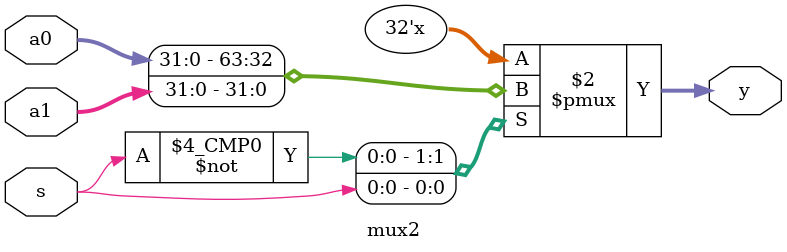
<source format=sv>
module mux2(
    input logic s,
    input logic [31:0] a0,a1,
    output logic [31:0] y
);
    always_comb begin
        case(s)
        1'h0:  y = a0;
        1'h1:  y = a1;
        endcase
    end 

endmodule
</source>
